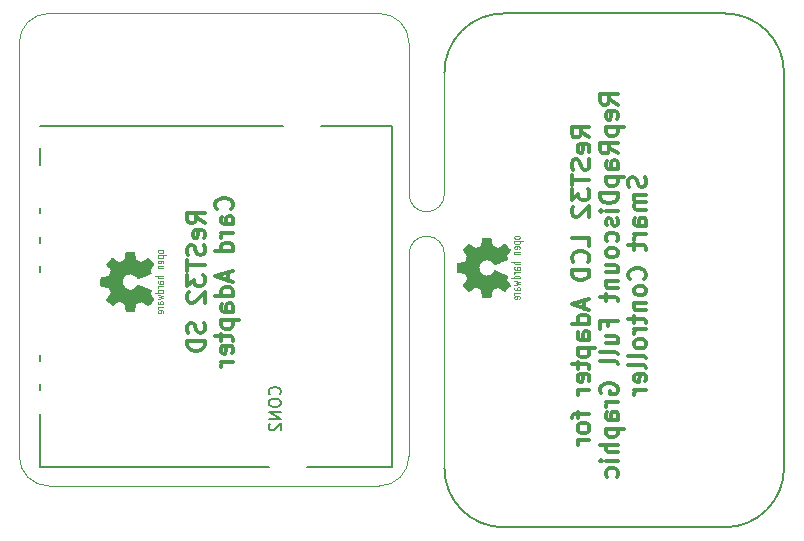
<source format=gbo>
%TF.GenerationSoftware,KiCad,Pcbnew,4.0.2-stable*%
%TF.CreationDate,2016-07-27T18:07:16+02:00*%
%TF.ProjectId,combined,636F6D62696E65642E6B696361645F70,rev?*%
%TF.FileFunction,Legend,Bot*%
%FSLAX46Y46*%
G04 Gerber Fmt 4.6, Leading zero omitted, Abs format (unit mm)*
G04 Created by KiCad (PCBNEW 4.0.2-stable) date 27.07.2016 18:07:16*
%MOMM*%
G01*
G04 APERTURE LIST*
%ADD10C,0.100000*%
%ADD11C,0.010000*%
%ADD12C,0.300000*%
%ADD13C,0.150000*%
%ADD14C,0.075000*%
%ADD15C,0.002540*%
G04 APERTURE END LIST*
D10*
D11*
X112250000Y-119300000D02*
X112250000Y-109000000D01*
X109250000Y-106500000D02*
X109250000Y-119300000D01*
X112250000Y-124350000D02*
X112250000Y-142500000D01*
X109250000Y-141500000D02*
X109250000Y-124350000D01*
X110750000Y-122850000D02*
G75*
G03X109250000Y-124350000I0J-1500000D01*
G01*
X112250000Y-124350000D02*
G75*
G03X110750000Y-122850000I-1500000J0D01*
G01*
X110750000Y-120800000D02*
G75*
G03X112250000Y-119300000I0J1500000D01*
G01*
X109250000Y-119300000D02*
G75*
G03X110750000Y-120800000I1500000J0D01*
G01*
D12*
X124528571Y-114500002D02*
X123814286Y-114000002D01*
X124528571Y-113642859D02*
X123028571Y-113642859D01*
X123028571Y-114214287D01*
X123100000Y-114357145D01*
X123171429Y-114428573D01*
X123314286Y-114500002D01*
X123528571Y-114500002D01*
X123671429Y-114428573D01*
X123742857Y-114357145D01*
X123814286Y-114214287D01*
X123814286Y-113642859D01*
X124457143Y-115714287D02*
X124528571Y-115571430D01*
X124528571Y-115285716D01*
X124457143Y-115142859D01*
X124314286Y-115071430D01*
X123742857Y-115071430D01*
X123600000Y-115142859D01*
X123528571Y-115285716D01*
X123528571Y-115571430D01*
X123600000Y-115714287D01*
X123742857Y-115785716D01*
X123885714Y-115785716D01*
X124028571Y-115071430D01*
X124457143Y-116357144D02*
X124528571Y-116571430D01*
X124528571Y-116928573D01*
X124457143Y-117071430D01*
X124385714Y-117142859D01*
X124242857Y-117214287D01*
X124100000Y-117214287D01*
X123957143Y-117142859D01*
X123885714Y-117071430D01*
X123814286Y-116928573D01*
X123742857Y-116642859D01*
X123671429Y-116500001D01*
X123600000Y-116428573D01*
X123457143Y-116357144D01*
X123314286Y-116357144D01*
X123171429Y-116428573D01*
X123100000Y-116500001D01*
X123028571Y-116642859D01*
X123028571Y-117000001D01*
X123100000Y-117214287D01*
X123028571Y-117642858D02*
X123028571Y-118500001D01*
X124528571Y-118071430D02*
X123028571Y-118071430D01*
X123028571Y-118857144D02*
X123028571Y-119785715D01*
X123600000Y-119285715D01*
X123600000Y-119500001D01*
X123671429Y-119642858D01*
X123742857Y-119714287D01*
X123885714Y-119785715D01*
X124242857Y-119785715D01*
X124385714Y-119714287D01*
X124457143Y-119642858D01*
X124528571Y-119500001D01*
X124528571Y-119071429D01*
X124457143Y-118928572D01*
X124385714Y-118857144D01*
X123171429Y-120357143D02*
X123100000Y-120428572D01*
X123028571Y-120571429D01*
X123028571Y-120928572D01*
X123100000Y-121071429D01*
X123171429Y-121142858D01*
X123314286Y-121214286D01*
X123457143Y-121214286D01*
X123671429Y-121142858D01*
X124528571Y-120285715D01*
X124528571Y-121214286D01*
X124528571Y-123714286D02*
X124528571Y-123000000D01*
X123028571Y-123000000D01*
X124385714Y-125071429D02*
X124457143Y-125000000D01*
X124528571Y-124785714D01*
X124528571Y-124642857D01*
X124457143Y-124428572D01*
X124314286Y-124285714D01*
X124171429Y-124214286D01*
X123885714Y-124142857D01*
X123671429Y-124142857D01*
X123385714Y-124214286D01*
X123242857Y-124285714D01*
X123100000Y-124428572D01*
X123028571Y-124642857D01*
X123028571Y-124785714D01*
X123100000Y-125000000D01*
X123171429Y-125071429D01*
X124528571Y-125714286D02*
X123028571Y-125714286D01*
X123028571Y-126071429D01*
X123100000Y-126285714D01*
X123242857Y-126428572D01*
X123385714Y-126500000D01*
X123671429Y-126571429D01*
X123885714Y-126571429D01*
X124171429Y-126500000D01*
X124314286Y-126428572D01*
X124457143Y-126285714D01*
X124528571Y-126071429D01*
X124528571Y-125714286D01*
X124100000Y-128285714D02*
X124100000Y-129000000D01*
X124528571Y-128142857D02*
X123028571Y-128642857D01*
X124528571Y-129142857D01*
X124528571Y-130285714D02*
X123028571Y-130285714D01*
X124457143Y-130285714D02*
X124528571Y-130142857D01*
X124528571Y-129857143D01*
X124457143Y-129714285D01*
X124385714Y-129642857D01*
X124242857Y-129571428D01*
X123814286Y-129571428D01*
X123671429Y-129642857D01*
X123600000Y-129714285D01*
X123528571Y-129857143D01*
X123528571Y-130142857D01*
X123600000Y-130285714D01*
X124528571Y-131642857D02*
X123742857Y-131642857D01*
X123600000Y-131571428D01*
X123528571Y-131428571D01*
X123528571Y-131142857D01*
X123600000Y-131000000D01*
X124457143Y-131642857D02*
X124528571Y-131500000D01*
X124528571Y-131142857D01*
X124457143Y-131000000D01*
X124314286Y-130928571D01*
X124171429Y-130928571D01*
X124028571Y-131000000D01*
X123957143Y-131142857D01*
X123957143Y-131500000D01*
X123885714Y-131642857D01*
X123528571Y-132357143D02*
X125028571Y-132357143D01*
X123600000Y-132357143D02*
X123528571Y-132500000D01*
X123528571Y-132785714D01*
X123600000Y-132928571D01*
X123671429Y-133000000D01*
X123814286Y-133071429D01*
X124242857Y-133071429D01*
X124385714Y-133000000D01*
X124457143Y-132928571D01*
X124528571Y-132785714D01*
X124528571Y-132500000D01*
X124457143Y-132357143D01*
X123528571Y-133500000D02*
X123528571Y-134071429D01*
X123028571Y-133714286D02*
X124314286Y-133714286D01*
X124457143Y-133785714D01*
X124528571Y-133928572D01*
X124528571Y-134071429D01*
X124457143Y-135142857D02*
X124528571Y-135000000D01*
X124528571Y-134714286D01*
X124457143Y-134571429D01*
X124314286Y-134500000D01*
X123742857Y-134500000D01*
X123600000Y-134571429D01*
X123528571Y-134714286D01*
X123528571Y-135000000D01*
X123600000Y-135142857D01*
X123742857Y-135214286D01*
X123885714Y-135214286D01*
X124028571Y-134500000D01*
X124528571Y-135857143D02*
X123528571Y-135857143D01*
X123814286Y-135857143D02*
X123671429Y-135928571D01*
X123600000Y-136000000D01*
X123528571Y-136142857D01*
X123528571Y-136285714D01*
X123528571Y-137714285D02*
X123528571Y-138285714D01*
X124528571Y-137928571D02*
X123242857Y-137928571D01*
X123100000Y-137999999D01*
X123028571Y-138142857D01*
X123028571Y-138285714D01*
X124528571Y-139000000D02*
X124457143Y-138857142D01*
X124385714Y-138785714D01*
X124242857Y-138714285D01*
X123814286Y-138714285D01*
X123671429Y-138785714D01*
X123600000Y-138857142D01*
X123528571Y-139000000D01*
X123528571Y-139214285D01*
X123600000Y-139357142D01*
X123671429Y-139428571D01*
X123814286Y-139500000D01*
X124242857Y-139500000D01*
X124385714Y-139428571D01*
X124457143Y-139357142D01*
X124528571Y-139214285D01*
X124528571Y-139000000D01*
X124528571Y-140142857D02*
X123528571Y-140142857D01*
X123814286Y-140142857D02*
X123671429Y-140214285D01*
X123600000Y-140285714D01*
X123528571Y-140428571D01*
X123528571Y-140571428D01*
X126928571Y-111714286D02*
X126214286Y-111214286D01*
X126928571Y-110857143D02*
X125428571Y-110857143D01*
X125428571Y-111428571D01*
X125500000Y-111571429D01*
X125571429Y-111642857D01*
X125714286Y-111714286D01*
X125928571Y-111714286D01*
X126071429Y-111642857D01*
X126142857Y-111571429D01*
X126214286Y-111428571D01*
X126214286Y-110857143D01*
X126857143Y-112928571D02*
X126928571Y-112785714D01*
X126928571Y-112500000D01*
X126857143Y-112357143D01*
X126714286Y-112285714D01*
X126142857Y-112285714D01*
X126000000Y-112357143D01*
X125928571Y-112500000D01*
X125928571Y-112785714D01*
X126000000Y-112928571D01*
X126142857Y-113000000D01*
X126285714Y-113000000D01*
X126428571Y-112285714D01*
X125928571Y-113642857D02*
X127428571Y-113642857D01*
X126000000Y-113642857D02*
X125928571Y-113785714D01*
X125928571Y-114071428D01*
X126000000Y-114214285D01*
X126071429Y-114285714D01*
X126214286Y-114357143D01*
X126642857Y-114357143D01*
X126785714Y-114285714D01*
X126857143Y-114214285D01*
X126928571Y-114071428D01*
X126928571Y-113785714D01*
X126857143Y-113642857D01*
X126928571Y-115857143D02*
X126214286Y-115357143D01*
X126928571Y-115000000D02*
X125428571Y-115000000D01*
X125428571Y-115571428D01*
X125500000Y-115714286D01*
X125571429Y-115785714D01*
X125714286Y-115857143D01*
X125928571Y-115857143D01*
X126071429Y-115785714D01*
X126142857Y-115714286D01*
X126214286Y-115571428D01*
X126214286Y-115000000D01*
X126928571Y-117142857D02*
X126142857Y-117142857D01*
X126000000Y-117071428D01*
X125928571Y-116928571D01*
X125928571Y-116642857D01*
X126000000Y-116500000D01*
X126857143Y-117142857D02*
X126928571Y-117000000D01*
X126928571Y-116642857D01*
X126857143Y-116500000D01*
X126714286Y-116428571D01*
X126571429Y-116428571D01*
X126428571Y-116500000D01*
X126357143Y-116642857D01*
X126357143Y-117000000D01*
X126285714Y-117142857D01*
X125928571Y-117857143D02*
X127428571Y-117857143D01*
X126000000Y-117857143D02*
X125928571Y-118000000D01*
X125928571Y-118285714D01*
X126000000Y-118428571D01*
X126071429Y-118500000D01*
X126214286Y-118571429D01*
X126642857Y-118571429D01*
X126785714Y-118500000D01*
X126857143Y-118428571D01*
X126928571Y-118285714D01*
X126928571Y-118000000D01*
X126857143Y-117857143D01*
X126928571Y-119214286D02*
X125428571Y-119214286D01*
X125428571Y-119571429D01*
X125500000Y-119785714D01*
X125642857Y-119928572D01*
X125785714Y-120000000D01*
X126071429Y-120071429D01*
X126285714Y-120071429D01*
X126571429Y-120000000D01*
X126714286Y-119928572D01*
X126857143Y-119785714D01*
X126928571Y-119571429D01*
X126928571Y-119214286D01*
X126928571Y-120714286D02*
X125928571Y-120714286D01*
X125428571Y-120714286D02*
X125500000Y-120642857D01*
X125571429Y-120714286D01*
X125500000Y-120785714D01*
X125428571Y-120714286D01*
X125571429Y-120714286D01*
X126857143Y-121357143D02*
X126928571Y-121500000D01*
X126928571Y-121785715D01*
X126857143Y-121928572D01*
X126714286Y-122000000D01*
X126642857Y-122000000D01*
X126500000Y-121928572D01*
X126428571Y-121785715D01*
X126428571Y-121571429D01*
X126357143Y-121428572D01*
X126214286Y-121357143D01*
X126142857Y-121357143D01*
X126000000Y-121428572D01*
X125928571Y-121571429D01*
X125928571Y-121785715D01*
X126000000Y-121928572D01*
X126857143Y-123285715D02*
X126928571Y-123142858D01*
X126928571Y-122857144D01*
X126857143Y-122714286D01*
X126785714Y-122642858D01*
X126642857Y-122571429D01*
X126214286Y-122571429D01*
X126071429Y-122642858D01*
X126000000Y-122714286D01*
X125928571Y-122857144D01*
X125928571Y-123142858D01*
X126000000Y-123285715D01*
X126928571Y-124142858D02*
X126857143Y-124000000D01*
X126785714Y-123928572D01*
X126642857Y-123857143D01*
X126214286Y-123857143D01*
X126071429Y-123928572D01*
X126000000Y-124000000D01*
X125928571Y-124142858D01*
X125928571Y-124357143D01*
X126000000Y-124500000D01*
X126071429Y-124571429D01*
X126214286Y-124642858D01*
X126642857Y-124642858D01*
X126785714Y-124571429D01*
X126857143Y-124500000D01*
X126928571Y-124357143D01*
X126928571Y-124142858D01*
X125928571Y-125928572D02*
X126928571Y-125928572D01*
X125928571Y-125285715D02*
X126714286Y-125285715D01*
X126857143Y-125357143D01*
X126928571Y-125500001D01*
X126928571Y-125714286D01*
X126857143Y-125857143D01*
X126785714Y-125928572D01*
X125928571Y-126642858D02*
X126928571Y-126642858D01*
X126071429Y-126642858D02*
X126000000Y-126714286D01*
X125928571Y-126857144D01*
X125928571Y-127071429D01*
X126000000Y-127214286D01*
X126142857Y-127285715D01*
X126928571Y-127285715D01*
X125928571Y-127785715D02*
X125928571Y-128357144D01*
X125428571Y-128000001D02*
X126714286Y-128000001D01*
X126857143Y-128071429D01*
X126928571Y-128214287D01*
X126928571Y-128357144D01*
X126142857Y-130500001D02*
X126142857Y-130000001D01*
X126928571Y-130000001D02*
X125428571Y-130000001D01*
X125428571Y-130714287D01*
X125928571Y-131928572D02*
X126928571Y-131928572D01*
X125928571Y-131285715D02*
X126714286Y-131285715D01*
X126857143Y-131357143D01*
X126928571Y-131500001D01*
X126928571Y-131714286D01*
X126857143Y-131857143D01*
X126785714Y-131928572D01*
X126928571Y-132857144D02*
X126857143Y-132714286D01*
X126714286Y-132642858D01*
X125428571Y-132642858D01*
X126928571Y-133642858D02*
X126857143Y-133500000D01*
X126714286Y-133428572D01*
X125428571Y-133428572D01*
X125500000Y-136142857D02*
X125428571Y-136000000D01*
X125428571Y-135785714D01*
X125500000Y-135571429D01*
X125642857Y-135428571D01*
X125785714Y-135357143D01*
X126071429Y-135285714D01*
X126285714Y-135285714D01*
X126571429Y-135357143D01*
X126714286Y-135428571D01*
X126857143Y-135571429D01*
X126928571Y-135785714D01*
X126928571Y-135928571D01*
X126857143Y-136142857D01*
X126785714Y-136214286D01*
X126285714Y-136214286D01*
X126285714Y-135928571D01*
X126928571Y-136857143D02*
X125928571Y-136857143D01*
X126214286Y-136857143D02*
X126071429Y-136928571D01*
X126000000Y-137000000D01*
X125928571Y-137142857D01*
X125928571Y-137285714D01*
X126928571Y-138428571D02*
X126142857Y-138428571D01*
X126000000Y-138357142D01*
X125928571Y-138214285D01*
X125928571Y-137928571D01*
X126000000Y-137785714D01*
X126857143Y-138428571D02*
X126928571Y-138285714D01*
X126928571Y-137928571D01*
X126857143Y-137785714D01*
X126714286Y-137714285D01*
X126571429Y-137714285D01*
X126428571Y-137785714D01*
X126357143Y-137928571D01*
X126357143Y-138285714D01*
X126285714Y-138428571D01*
X125928571Y-139142857D02*
X127428571Y-139142857D01*
X126000000Y-139142857D02*
X125928571Y-139285714D01*
X125928571Y-139571428D01*
X126000000Y-139714285D01*
X126071429Y-139785714D01*
X126214286Y-139857143D01*
X126642857Y-139857143D01*
X126785714Y-139785714D01*
X126857143Y-139714285D01*
X126928571Y-139571428D01*
X126928571Y-139285714D01*
X126857143Y-139142857D01*
X126928571Y-140500000D02*
X125428571Y-140500000D01*
X126928571Y-141142857D02*
X126142857Y-141142857D01*
X126000000Y-141071428D01*
X125928571Y-140928571D01*
X125928571Y-140714286D01*
X126000000Y-140571428D01*
X126071429Y-140500000D01*
X126928571Y-141857143D02*
X125928571Y-141857143D01*
X125428571Y-141857143D02*
X125500000Y-141785714D01*
X125571429Y-141857143D01*
X125500000Y-141928571D01*
X125428571Y-141857143D01*
X125571429Y-141857143D01*
X126857143Y-143214286D02*
X126928571Y-143071429D01*
X126928571Y-142785715D01*
X126857143Y-142642857D01*
X126785714Y-142571429D01*
X126642857Y-142500000D01*
X126214286Y-142500000D01*
X126071429Y-142571429D01*
X126000000Y-142642857D01*
X125928571Y-142785715D01*
X125928571Y-143071429D01*
X126000000Y-143214286D01*
X129257143Y-117857144D02*
X129328571Y-118071430D01*
X129328571Y-118428573D01*
X129257143Y-118571430D01*
X129185714Y-118642859D01*
X129042857Y-118714287D01*
X128900000Y-118714287D01*
X128757143Y-118642859D01*
X128685714Y-118571430D01*
X128614286Y-118428573D01*
X128542857Y-118142859D01*
X128471429Y-118000001D01*
X128400000Y-117928573D01*
X128257143Y-117857144D01*
X128114286Y-117857144D01*
X127971429Y-117928573D01*
X127900000Y-118000001D01*
X127828571Y-118142859D01*
X127828571Y-118500001D01*
X127900000Y-118714287D01*
X129328571Y-119357144D02*
X128328571Y-119357144D01*
X128471429Y-119357144D02*
X128400000Y-119428572D01*
X128328571Y-119571430D01*
X128328571Y-119785715D01*
X128400000Y-119928572D01*
X128542857Y-120000001D01*
X129328571Y-120000001D01*
X128542857Y-120000001D02*
X128400000Y-120071430D01*
X128328571Y-120214287D01*
X128328571Y-120428572D01*
X128400000Y-120571430D01*
X128542857Y-120642858D01*
X129328571Y-120642858D01*
X129328571Y-122000001D02*
X128542857Y-122000001D01*
X128400000Y-121928572D01*
X128328571Y-121785715D01*
X128328571Y-121500001D01*
X128400000Y-121357144D01*
X129257143Y-122000001D02*
X129328571Y-121857144D01*
X129328571Y-121500001D01*
X129257143Y-121357144D01*
X129114286Y-121285715D01*
X128971429Y-121285715D01*
X128828571Y-121357144D01*
X128757143Y-121500001D01*
X128757143Y-121857144D01*
X128685714Y-122000001D01*
X129328571Y-122714287D02*
X128328571Y-122714287D01*
X128614286Y-122714287D02*
X128471429Y-122785715D01*
X128400000Y-122857144D01*
X128328571Y-123000001D01*
X128328571Y-123142858D01*
X128328571Y-123428572D02*
X128328571Y-124000001D01*
X127828571Y-123642858D02*
X129114286Y-123642858D01*
X129257143Y-123714286D01*
X129328571Y-123857144D01*
X129328571Y-124000001D01*
X129185714Y-126500001D02*
X129257143Y-126428572D01*
X129328571Y-126214286D01*
X129328571Y-126071429D01*
X129257143Y-125857144D01*
X129114286Y-125714286D01*
X128971429Y-125642858D01*
X128685714Y-125571429D01*
X128471429Y-125571429D01*
X128185714Y-125642858D01*
X128042857Y-125714286D01*
X127900000Y-125857144D01*
X127828571Y-126071429D01*
X127828571Y-126214286D01*
X127900000Y-126428572D01*
X127971429Y-126500001D01*
X129328571Y-127357144D02*
X129257143Y-127214286D01*
X129185714Y-127142858D01*
X129042857Y-127071429D01*
X128614286Y-127071429D01*
X128471429Y-127142858D01*
X128400000Y-127214286D01*
X128328571Y-127357144D01*
X128328571Y-127571429D01*
X128400000Y-127714286D01*
X128471429Y-127785715D01*
X128614286Y-127857144D01*
X129042857Y-127857144D01*
X129185714Y-127785715D01*
X129257143Y-127714286D01*
X129328571Y-127571429D01*
X129328571Y-127357144D01*
X128328571Y-128500001D02*
X129328571Y-128500001D01*
X128471429Y-128500001D02*
X128400000Y-128571429D01*
X128328571Y-128714287D01*
X128328571Y-128928572D01*
X128400000Y-129071429D01*
X128542857Y-129142858D01*
X129328571Y-129142858D01*
X128328571Y-129642858D02*
X128328571Y-130214287D01*
X127828571Y-129857144D02*
X129114286Y-129857144D01*
X129257143Y-129928572D01*
X129328571Y-130071430D01*
X129328571Y-130214287D01*
X129328571Y-130714287D02*
X128328571Y-130714287D01*
X128614286Y-130714287D02*
X128471429Y-130785715D01*
X128400000Y-130857144D01*
X128328571Y-131000001D01*
X128328571Y-131142858D01*
X129328571Y-131857144D02*
X129257143Y-131714286D01*
X129185714Y-131642858D01*
X129042857Y-131571429D01*
X128614286Y-131571429D01*
X128471429Y-131642858D01*
X128400000Y-131714286D01*
X128328571Y-131857144D01*
X128328571Y-132071429D01*
X128400000Y-132214286D01*
X128471429Y-132285715D01*
X128614286Y-132357144D01*
X129042857Y-132357144D01*
X129185714Y-132285715D01*
X129257143Y-132214286D01*
X129328571Y-132071429D01*
X129328571Y-131857144D01*
X129328571Y-133214287D02*
X129257143Y-133071429D01*
X129114286Y-133000001D01*
X127828571Y-133000001D01*
X129328571Y-134000001D02*
X129257143Y-133857143D01*
X129114286Y-133785715D01*
X127828571Y-133785715D01*
X129257143Y-135142857D02*
X129328571Y-135000000D01*
X129328571Y-134714286D01*
X129257143Y-134571429D01*
X129114286Y-134500000D01*
X128542857Y-134500000D01*
X128400000Y-134571429D01*
X128328571Y-134714286D01*
X128328571Y-135000000D01*
X128400000Y-135142857D01*
X128542857Y-135214286D01*
X128685714Y-135214286D01*
X128828571Y-134500000D01*
X129328571Y-135857143D02*
X128328571Y-135857143D01*
X128614286Y-135857143D02*
X128471429Y-135928571D01*
X128400000Y-136000000D01*
X128328571Y-136142857D01*
X128328571Y-136285714D01*
D13*
X141000000Y-142500000D02*
X141000000Y-109000000D01*
X117250000Y-147500000D02*
X136000000Y-147500000D01*
X136000000Y-104000000D02*
X117250000Y-104000000D01*
X112250000Y-142500000D02*
G75*
G03X117250000Y-147500000I5000000J0D01*
G01*
X136000000Y-147500000D02*
G75*
G03X141000000Y-142500000I0J5000000D01*
G01*
X141000000Y-109000000D02*
G75*
G03X136000000Y-104000000I-5000000J0D01*
G01*
X117250000Y-104000000D02*
G75*
G03X112250000Y-109000000I0J-5000000D01*
G01*
D12*
X91958571Y-121765430D02*
X91244286Y-121265430D01*
X91958571Y-120908287D02*
X90458571Y-120908287D01*
X90458571Y-121479715D01*
X90530000Y-121622573D01*
X90601429Y-121694001D01*
X90744286Y-121765430D01*
X90958571Y-121765430D01*
X91101429Y-121694001D01*
X91172857Y-121622573D01*
X91244286Y-121479715D01*
X91244286Y-120908287D01*
X91887143Y-122979715D02*
X91958571Y-122836858D01*
X91958571Y-122551144D01*
X91887143Y-122408287D01*
X91744286Y-122336858D01*
X91172857Y-122336858D01*
X91030000Y-122408287D01*
X90958571Y-122551144D01*
X90958571Y-122836858D01*
X91030000Y-122979715D01*
X91172857Y-123051144D01*
X91315714Y-123051144D01*
X91458571Y-122336858D01*
X91887143Y-123622572D02*
X91958571Y-123836858D01*
X91958571Y-124194001D01*
X91887143Y-124336858D01*
X91815714Y-124408287D01*
X91672857Y-124479715D01*
X91530000Y-124479715D01*
X91387143Y-124408287D01*
X91315714Y-124336858D01*
X91244286Y-124194001D01*
X91172857Y-123908287D01*
X91101429Y-123765429D01*
X91030000Y-123694001D01*
X90887143Y-123622572D01*
X90744286Y-123622572D01*
X90601429Y-123694001D01*
X90530000Y-123765429D01*
X90458571Y-123908287D01*
X90458571Y-124265429D01*
X90530000Y-124479715D01*
X90458571Y-124908286D02*
X90458571Y-125765429D01*
X91958571Y-125336858D02*
X90458571Y-125336858D01*
X90458571Y-126122572D02*
X90458571Y-127051143D01*
X91030000Y-126551143D01*
X91030000Y-126765429D01*
X91101429Y-126908286D01*
X91172857Y-126979715D01*
X91315714Y-127051143D01*
X91672857Y-127051143D01*
X91815714Y-126979715D01*
X91887143Y-126908286D01*
X91958571Y-126765429D01*
X91958571Y-126336857D01*
X91887143Y-126194000D01*
X91815714Y-126122572D01*
X90601429Y-127622571D02*
X90530000Y-127694000D01*
X90458571Y-127836857D01*
X90458571Y-128194000D01*
X90530000Y-128336857D01*
X90601429Y-128408286D01*
X90744286Y-128479714D01*
X90887143Y-128479714D01*
X91101429Y-128408286D01*
X91958571Y-127551143D01*
X91958571Y-128479714D01*
X91887143Y-130193999D02*
X91958571Y-130408285D01*
X91958571Y-130765428D01*
X91887143Y-130908285D01*
X91815714Y-130979714D01*
X91672857Y-131051142D01*
X91530000Y-131051142D01*
X91387143Y-130979714D01*
X91315714Y-130908285D01*
X91244286Y-130765428D01*
X91172857Y-130479714D01*
X91101429Y-130336856D01*
X91030000Y-130265428D01*
X90887143Y-130193999D01*
X90744286Y-130193999D01*
X90601429Y-130265428D01*
X90530000Y-130336856D01*
X90458571Y-130479714D01*
X90458571Y-130836856D01*
X90530000Y-131051142D01*
X91958571Y-131693999D02*
X90458571Y-131693999D01*
X90458571Y-132051142D01*
X90530000Y-132265427D01*
X90672857Y-132408285D01*
X90815714Y-132479713D01*
X91101429Y-132551142D01*
X91315714Y-132551142D01*
X91601429Y-132479713D01*
X91744286Y-132408285D01*
X91887143Y-132265427D01*
X91958571Y-132051142D01*
X91958571Y-131693999D01*
X94215714Y-120551144D02*
X94287143Y-120479715D01*
X94358571Y-120265429D01*
X94358571Y-120122572D01*
X94287143Y-119908287D01*
X94144286Y-119765429D01*
X94001429Y-119694001D01*
X93715714Y-119622572D01*
X93501429Y-119622572D01*
X93215714Y-119694001D01*
X93072857Y-119765429D01*
X92930000Y-119908287D01*
X92858571Y-120122572D01*
X92858571Y-120265429D01*
X92930000Y-120479715D01*
X93001429Y-120551144D01*
X94358571Y-121836858D02*
X93572857Y-121836858D01*
X93430000Y-121765429D01*
X93358571Y-121622572D01*
X93358571Y-121336858D01*
X93430000Y-121194001D01*
X94287143Y-121836858D02*
X94358571Y-121694001D01*
X94358571Y-121336858D01*
X94287143Y-121194001D01*
X94144286Y-121122572D01*
X94001429Y-121122572D01*
X93858571Y-121194001D01*
X93787143Y-121336858D01*
X93787143Y-121694001D01*
X93715714Y-121836858D01*
X94358571Y-122551144D02*
X93358571Y-122551144D01*
X93644286Y-122551144D02*
X93501429Y-122622572D01*
X93430000Y-122694001D01*
X93358571Y-122836858D01*
X93358571Y-122979715D01*
X94358571Y-124122572D02*
X92858571Y-124122572D01*
X94287143Y-124122572D02*
X94358571Y-123979715D01*
X94358571Y-123694001D01*
X94287143Y-123551143D01*
X94215714Y-123479715D01*
X94072857Y-123408286D01*
X93644286Y-123408286D01*
X93501429Y-123479715D01*
X93430000Y-123551143D01*
X93358571Y-123694001D01*
X93358571Y-123979715D01*
X93430000Y-124122572D01*
X93930000Y-125908286D02*
X93930000Y-126622572D01*
X94358571Y-125765429D02*
X92858571Y-126265429D01*
X94358571Y-126765429D01*
X94358571Y-127908286D02*
X92858571Y-127908286D01*
X94287143Y-127908286D02*
X94358571Y-127765429D01*
X94358571Y-127479715D01*
X94287143Y-127336857D01*
X94215714Y-127265429D01*
X94072857Y-127194000D01*
X93644286Y-127194000D01*
X93501429Y-127265429D01*
X93430000Y-127336857D01*
X93358571Y-127479715D01*
X93358571Y-127765429D01*
X93430000Y-127908286D01*
X94358571Y-129265429D02*
X93572857Y-129265429D01*
X93430000Y-129194000D01*
X93358571Y-129051143D01*
X93358571Y-128765429D01*
X93430000Y-128622572D01*
X94287143Y-129265429D02*
X94358571Y-129122572D01*
X94358571Y-128765429D01*
X94287143Y-128622572D01*
X94144286Y-128551143D01*
X94001429Y-128551143D01*
X93858571Y-128622572D01*
X93787143Y-128765429D01*
X93787143Y-129122572D01*
X93715714Y-129265429D01*
X93358571Y-129979715D02*
X94858571Y-129979715D01*
X93430000Y-129979715D02*
X93358571Y-130122572D01*
X93358571Y-130408286D01*
X93430000Y-130551143D01*
X93501429Y-130622572D01*
X93644286Y-130694001D01*
X94072857Y-130694001D01*
X94215714Y-130622572D01*
X94287143Y-130551143D01*
X94358571Y-130408286D01*
X94358571Y-130122572D01*
X94287143Y-129979715D01*
X93358571Y-131122572D02*
X93358571Y-131694001D01*
X92858571Y-131336858D02*
X94144286Y-131336858D01*
X94287143Y-131408286D01*
X94358571Y-131551144D01*
X94358571Y-131694001D01*
X94287143Y-132765429D02*
X94358571Y-132622572D01*
X94358571Y-132336858D01*
X94287143Y-132194001D01*
X94144286Y-132122572D01*
X93572857Y-132122572D01*
X93430000Y-132194001D01*
X93358571Y-132336858D01*
X93358571Y-132622572D01*
X93430000Y-132765429D01*
X93572857Y-132836858D01*
X93715714Y-132836858D01*
X93858571Y-132122572D01*
X94358571Y-133479715D02*
X93358571Y-133479715D01*
X93644286Y-133479715D02*
X93501429Y-133551143D01*
X93430000Y-133622572D01*
X93358571Y-133765429D01*
X93358571Y-133908286D01*
D11*
X78750000Y-104000000D02*
X106750000Y-104000000D01*
X76250000Y-141500000D02*
X76250000Y-106500000D01*
X106750000Y-144000000D02*
X78750000Y-144000000D01*
X76250000Y-141500000D02*
G75*
G03X78750000Y-144000000I2500000J0D01*
G01*
X106750000Y-144000000D02*
G75*
G03X109250000Y-141500000I0J2500000D01*
G01*
X109250000Y-106500000D02*
G75*
G03X106750000Y-104000000I-2500000J0D01*
G01*
X78750000Y-104000000D02*
G75*
G03X76250000Y-106500000I0J-2500000D01*
G01*
D14*
X118170000Y-127660000D02*
X118630000Y-127660000D01*
X118170000Y-127750000D02*
X118170000Y-127800000D01*
X118200000Y-127700000D02*
X118170000Y-127750000D01*
X118220000Y-127680000D02*
X118200000Y-127700000D01*
X118290000Y-127660000D02*
X118220000Y-127680000D01*
X118630000Y-128100000D02*
X118600000Y-128150000D01*
X118630000Y-128000000D02*
X118630000Y-128100000D01*
X118600000Y-127960000D02*
X118630000Y-128000000D01*
X118530000Y-127940000D02*
X118600000Y-127960000D01*
X118260000Y-127940000D02*
X118530000Y-127940000D01*
X118200000Y-127970000D02*
X118260000Y-127940000D01*
X118170000Y-128010000D02*
X118200000Y-127970000D01*
X118170000Y-128110000D02*
X118170000Y-128010000D01*
X118210000Y-128150000D02*
X118170000Y-128110000D01*
X118280000Y-128170000D02*
X118210000Y-128150000D01*
X118400000Y-128170000D02*
X118280000Y-128170000D01*
X118400000Y-128170000D02*
X118400000Y-127940000D01*
X118260000Y-127420000D02*
X118630000Y-127420000D01*
X118200000Y-127390000D02*
X118260000Y-127420000D01*
X118170000Y-127350000D02*
X118200000Y-127390000D01*
X118170000Y-127250000D02*
X118170000Y-127350000D01*
X118200000Y-127200000D02*
X118170000Y-127250000D01*
X118360000Y-127260000D02*
X118390000Y-127210000D01*
X118360000Y-127380000D02*
X118360000Y-127260000D01*
X118330000Y-127420000D02*
X118360000Y-127380000D01*
X118630000Y-127370000D02*
X118590000Y-127420000D01*
X118630000Y-127250000D02*
X118630000Y-127370000D01*
X118590000Y-127200000D02*
X118630000Y-127250000D01*
X118530000Y-127180000D02*
X118590000Y-127200000D01*
X118460000Y-127180000D02*
X118530000Y-127180000D01*
X118390000Y-127210000D02*
X118460000Y-127180000D01*
X118170000Y-126630000D02*
X118630000Y-126730000D01*
X118630000Y-126730000D02*
X118290000Y-126820000D01*
X118290000Y-126820000D02*
X118630000Y-126920000D01*
X118630000Y-126920000D02*
X118170000Y-127020000D01*
X118600000Y-126440000D02*
X118630000Y-126400000D01*
X118630000Y-126400000D02*
X118630000Y-126290000D01*
X118630000Y-126290000D02*
X118600000Y-126250000D01*
X118600000Y-126250000D02*
X118570000Y-126230000D01*
X118570000Y-126230000D02*
X118500000Y-126200000D01*
X118500000Y-126200000D02*
X118300000Y-126200000D01*
X118300000Y-126200000D02*
X118230000Y-126230000D01*
X118230000Y-126230000D02*
X118200000Y-126250000D01*
X118200000Y-126250000D02*
X118160000Y-126310000D01*
X118160000Y-126310000D02*
X118160000Y-126380000D01*
X118160000Y-126380000D02*
X118200000Y-126440000D01*
X117930000Y-126440000D02*
X118630000Y-126440000D01*
X118290000Y-125920000D02*
X118220000Y-125940000D01*
X118220000Y-125940000D02*
X118200000Y-125960000D01*
X118200000Y-125960000D02*
X118170000Y-126010000D01*
X118170000Y-126010000D02*
X118170000Y-126060000D01*
X118170000Y-125920000D02*
X118630000Y-125920000D01*
X118390000Y-125470000D02*
X118460000Y-125440000D01*
X118460000Y-125440000D02*
X118530000Y-125440000D01*
X118530000Y-125440000D02*
X118590000Y-125460000D01*
X118590000Y-125460000D02*
X118630000Y-125510000D01*
X118630000Y-125510000D02*
X118630000Y-125630000D01*
X118630000Y-125630000D02*
X118590000Y-125680000D01*
X118330000Y-125680000D02*
X118360000Y-125640000D01*
X118360000Y-125640000D02*
X118360000Y-125520000D01*
X118360000Y-125520000D02*
X118390000Y-125470000D01*
X118200000Y-125460000D02*
X118170000Y-125510000D01*
X118170000Y-125510000D02*
X118170000Y-125610000D01*
X118170000Y-125610000D02*
X118200000Y-125650000D01*
X118200000Y-125650000D02*
X118260000Y-125680000D01*
X118260000Y-125680000D02*
X118630000Y-125680000D01*
X118240000Y-125010000D02*
X118200000Y-125030000D01*
X118200000Y-125030000D02*
X118170000Y-125080000D01*
X118170000Y-125080000D02*
X118170000Y-125160000D01*
X118170000Y-125160000D02*
X118200000Y-125200000D01*
X118200000Y-125200000D02*
X118260000Y-125220000D01*
X118260000Y-125220000D02*
X118630000Y-125220000D01*
X117930000Y-125010000D02*
X118630000Y-125010000D01*
X118400000Y-123960000D02*
X118400000Y-123730000D01*
X118230000Y-124180000D02*
X118200000Y-124200000D01*
X118200000Y-124200000D02*
X118170000Y-124240000D01*
X118170000Y-124240000D02*
X118170000Y-124330000D01*
X118170000Y-124330000D02*
X118200000Y-124370000D01*
X118200000Y-124370000D02*
X118260000Y-124390000D01*
X118260000Y-124390000D02*
X118630000Y-124390000D01*
X118170000Y-124180000D02*
X118630000Y-124180000D01*
X118400000Y-123960000D02*
X118280000Y-123960000D01*
X118280000Y-123960000D02*
X118210000Y-123940000D01*
X118210000Y-123940000D02*
X118170000Y-123900000D01*
X118170000Y-123900000D02*
X118170000Y-123800000D01*
X118170000Y-123800000D02*
X118200000Y-123760000D01*
X118200000Y-123760000D02*
X118260000Y-123730000D01*
X118260000Y-123730000D02*
X118530000Y-123730000D01*
X118530000Y-123730000D02*
X118600000Y-123750000D01*
X118600000Y-123750000D02*
X118630000Y-123790000D01*
X118630000Y-123790000D02*
X118630000Y-123890000D01*
X118630000Y-123890000D02*
X118600000Y-123940000D01*
X118200000Y-123300000D02*
X118170000Y-123340000D01*
X118170000Y-123340000D02*
X118170000Y-123440000D01*
X118170000Y-123440000D02*
X118200000Y-123480000D01*
X118200000Y-123480000D02*
X118230000Y-123510000D01*
X118230000Y-123510000D02*
X118290000Y-123530000D01*
X118290000Y-123530000D02*
X118510000Y-123530000D01*
X118510000Y-123530000D02*
X118570000Y-123510000D01*
X118570000Y-123510000D02*
X118600000Y-123490000D01*
X118600000Y-123490000D02*
X118630000Y-123450000D01*
X118630000Y-123450000D02*
X118630000Y-123350000D01*
X118630000Y-123350000D02*
X118600000Y-123300000D01*
X118870000Y-123300000D02*
X118170000Y-123300000D01*
X118170000Y-122990000D02*
X118170000Y-122910000D01*
X118170000Y-122910000D02*
X118200000Y-122870000D01*
X118200000Y-122870000D02*
X118230000Y-122850000D01*
X118230000Y-122850000D02*
X118300000Y-122820000D01*
X118630000Y-122910000D02*
X118630000Y-122990000D01*
X118630000Y-122990000D02*
X118600000Y-123040000D01*
X118600000Y-123040000D02*
X118570000Y-123060000D01*
X118570000Y-123060000D02*
X118500000Y-123080000D01*
X118500000Y-123080000D02*
X118300000Y-123080000D01*
X118300000Y-123080000D02*
X118240000Y-123060000D01*
X118240000Y-123060000D02*
X118210000Y-123040000D01*
X118210000Y-123040000D02*
X118170000Y-122990000D01*
X118300000Y-122820000D02*
X118500000Y-122820000D01*
X118500000Y-122820000D02*
X118560000Y-122840000D01*
X118560000Y-122840000D02*
X118590000Y-122860000D01*
X118590000Y-122860000D02*
X118630000Y-122910000D01*
D15*
G36*
X117795360Y-123986160D02*
X117780120Y-124011560D01*
X117744560Y-124069980D01*
X117688680Y-124153800D01*
X117622640Y-124252860D01*
X117556600Y-124351920D01*
X117503260Y-124433200D01*
X117465160Y-124489080D01*
X117452460Y-124514480D01*
X117457540Y-124527180D01*
X117480400Y-124572900D01*
X117515960Y-124641480D01*
X117536280Y-124682120D01*
X117561680Y-124743080D01*
X117569300Y-124776100D01*
X117559140Y-124781180D01*
X117510880Y-124804040D01*
X117429600Y-124839600D01*
X117320380Y-124885320D01*
X117193380Y-124941200D01*
X117058760Y-124997080D01*
X116919060Y-125055500D01*
X116784440Y-125111380D01*
X116665060Y-125159640D01*
X116568540Y-125200280D01*
X116499960Y-125225680D01*
X116472020Y-125235840D01*
X116464400Y-125233300D01*
X116433920Y-125200280D01*
X116393280Y-125146940D01*
X116296760Y-125027560D01*
X116151980Y-124910720D01*
X115986880Y-124839600D01*
X115801460Y-124816740D01*
X115631280Y-124837060D01*
X115468720Y-124903100D01*
X115321400Y-125017400D01*
X115212180Y-125157100D01*
X115143600Y-125319660D01*
X115120740Y-125500000D01*
X115141060Y-125672720D01*
X115207100Y-125840360D01*
X115318860Y-125987680D01*
X115389980Y-126051180D01*
X115539840Y-126137540D01*
X115697320Y-126185800D01*
X115737960Y-126190880D01*
X115913220Y-126183260D01*
X116083400Y-126132460D01*
X116233260Y-126038480D01*
X116357720Y-125908940D01*
X116367880Y-125893700D01*
X116413600Y-125835280D01*
X116444080Y-125794640D01*
X116469480Y-125764160D01*
X117007960Y-125987680D01*
X117091780Y-126023240D01*
X117239100Y-126084200D01*
X117366100Y-126137540D01*
X117467700Y-126180720D01*
X117533740Y-126211200D01*
X117561680Y-126223900D01*
X117564220Y-126223900D01*
X117566760Y-126244220D01*
X117551520Y-126284860D01*
X117515960Y-126361060D01*
X117490560Y-126409320D01*
X117462620Y-126467740D01*
X117452460Y-126493140D01*
X117465160Y-126516000D01*
X117500720Y-126569340D01*
X117554060Y-126650620D01*
X117617560Y-126747140D01*
X117681060Y-126838580D01*
X117736940Y-126922400D01*
X117775040Y-126983360D01*
X117792820Y-127013840D01*
X117792820Y-127018920D01*
X117777580Y-127044320D01*
X117736940Y-127092580D01*
X117668360Y-127166240D01*
X117564220Y-127270380D01*
X117548980Y-127285620D01*
X117462620Y-127371980D01*
X117388960Y-127440560D01*
X117338160Y-127486280D01*
X117315300Y-127504060D01*
X117315300Y-127504060D01*
X117284820Y-127488820D01*
X117223860Y-127450720D01*
X117137500Y-127394840D01*
X117038440Y-127326260D01*
X116779360Y-127148460D01*
X116535520Y-127244980D01*
X116459320Y-127275460D01*
X116370420Y-127313560D01*
X116304380Y-127341500D01*
X116276440Y-127356740D01*
X116266280Y-127382140D01*
X116251040Y-127450720D01*
X116230720Y-127547240D01*
X116210400Y-127661540D01*
X116190080Y-127773300D01*
X116169760Y-127872360D01*
X116157060Y-127943480D01*
X116149440Y-127976500D01*
X116144360Y-127984120D01*
X116129120Y-127991740D01*
X116096100Y-127994280D01*
X116035140Y-127996820D01*
X115941160Y-127999360D01*
X115801460Y-127999360D01*
X115786220Y-127999360D01*
X115656680Y-127996820D01*
X115550000Y-127994280D01*
X115483960Y-127991740D01*
X115456020Y-127986660D01*
X115456020Y-127986660D01*
X115448400Y-127956180D01*
X115433160Y-127885060D01*
X115415380Y-127786000D01*
X115392520Y-127666620D01*
X115389980Y-127659000D01*
X115367120Y-127542160D01*
X115346800Y-127443100D01*
X115331560Y-127371980D01*
X115321400Y-127344040D01*
X115313780Y-127336420D01*
X115268060Y-127313560D01*
X115194400Y-127280540D01*
X115105500Y-127239900D01*
X115011520Y-127201800D01*
X114927700Y-127168780D01*
X114866740Y-127145920D01*
X114838800Y-127138300D01*
X114836260Y-127140840D01*
X114808320Y-127158620D01*
X114747360Y-127199260D01*
X114663540Y-127255140D01*
X114561940Y-127323720D01*
X114554320Y-127328800D01*
X114455260Y-127397380D01*
X114368900Y-127453260D01*
X114310480Y-127488820D01*
X114282540Y-127504060D01*
X114280000Y-127504060D01*
X114249520Y-127481200D01*
X114193640Y-127430400D01*
X114117440Y-127356740D01*
X114028540Y-127270380D01*
X114003140Y-127242440D01*
X113906620Y-127143380D01*
X113845660Y-127077340D01*
X113812640Y-127034160D01*
X113805020Y-127013840D01*
X113805020Y-127013840D01*
X113822800Y-126983360D01*
X113863440Y-126919860D01*
X113921860Y-126836040D01*
X113990440Y-126734440D01*
X113995520Y-126726820D01*
X114064100Y-126627760D01*
X114119980Y-126543940D01*
X114160620Y-126485520D01*
X114175860Y-126457580D01*
X114175860Y-126455040D01*
X114163160Y-126414400D01*
X114137760Y-126343280D01*
X114104740Y-126254380D01*
X114066640Y-126162940D01*
X114031080Y-126079120D01*
X114003140Y-126015620D01*
X113985360Y-125985140D01*
X113985360Y-125985140D01*
X113949800Y-125974980D01*
X113873600Y-125957200D01*
X113772000Y-125936880D01*
X113650080Y-125911480D01*
X113629760Y-125908940D01*
X113510380Y-125886080D01*
X113411320Y-125868300D01*
X113342740Y-125853060D01*
X113314800Y-125845440D01*
X113312260Y-125830200D01*
X113307180Y-125771780D01*
X113304640Y-125682880D01*
X113304640Y-125573660D01*
X113304640Y-125461900D01*
X113307180Y-125352680D01*
X113309720Y-125258700D01*
X113314800Y-125190120D01*
X113319880Y-125162180D01*
X113322420Y-125162180D01*
X113360520Y-125152020D01*
X113434180Y-125134240D01*
X113538320Y-125113920D01*
X113660240Y-125091060D01*
X113683100Y-125085980D01*
X113799940Y-125063120D01*
X113899000Y-125042800D01*
X113965040Y-125030100D01*
X113992980Y-125022480D01*
X113998060Y-125009780D01*
X114018380Y-124961520D01*
X114051400Y-124882780D01*
X114092040Y-124783720D01*
X114183480Y-124555120D01*
X113992980Y-124273180D01*
X113975200Y-124247780D01*
X113906620Y-124146180D01*
X113850740Y-124064900D01*
X113812640Y-124006480D01*
X113799940Y-123983620D01*
X113799940Y-123981080D01*
X113825340Y-123953140D01*
X113878680Y-123897260D01*
X113952340Y-123821060D01*
X114038700Y-123732160D01*
X114104740Y-123668660D01*
X114183480Y-123589920D01*
X114236820Y-123541660D01*
X114269840Y-123513720D01*
X114290160Y-123506100D01*
X114305400Y-123508640D01*
X114333340Y-123526420D01*
X114394300Y-123567060D01*
X114480660Y-123625480D01*
X114579720Y-123694060D01*
X114663540Y-123749940D01*
X114757520Y-123810900D01*
X114823560Y-123849000D01*
X114856580Y-123864240D01*
X114869280Y-123859160D01*
X114925160Y-123841380D01*
X115008980Y-123805820D01*
X115108040Y-123765180D01*
X115329020Y-123666120D01*
X115356960Y-123521340D01*
X115374740Y-123432440D01*
X115397600Y-123310520D01*
X115420460Y-123191140D01*
X115456020Y-123008260D01*
X116131660Y-123000640D01*
X116144360Y-123028580D01*
X116151980Y-123056520D01*
X116167220Y-123125100D01*
X116187540Y-123221620D01*
X116207860Y-123338460D01*
X116225640Y-123434980D01*
X116245960Y-123534040D01*
X116258660Y-123605160D01*
X116266280Y-123635640D01*
X116276440Y-123645800D01*
X116324700Y-123668660D01*
X116400900Y-123704220D01*
X116492340Y-123744860D01*
X116586320Y-123782960D01*
X116675220Y-123818520D01*
X116741260Y-123841380D01*
X116774280Y-123851540D01*
X116802220Y-123838840D01*
X116860640Y-123800740D01*
X116941920Y-123747400D01*
X117040980Y-123678820D01*
X117137500Y-123612780D01*
X117221320Y-123554360D01*
X117282280Y-123516260D01*
X117310220Y-123498480D01*
X117328000Y-123508640D01*
X117376260Y-123546740D01*
X117452460Y-123620400D01*
X117561680Y-123732160D01*
X117579460Y-123749940D01*
X117663280Y-123836300D01*
X117731860Y-123909960D01*
X117777580Y-123963300D01*
X117795360Y-123986160D01*
X117795360Y-123986160D01*
G37*
X117795360Y-123986160D02*
X117780120Y-124011560D01*
X117744560Y-124069980D01*
X117688680Y-124153800D01*
X117622640Y-124252860D01*
X117556600Y-124351920D01*
X117503260Y-124433200D01*
X117465160Y-124489080D01*
X117452460Y-124514480D01*
X117457540Y-124527180D01*
X117480400Y-124572900D01*
X117515960Y-124641480D01*
X117536280Y-124682120D01*
X117561680Y-124743080D01*
X117569300Y-124776100D01*
X117559140Y-124781180D01*
X117510880Y-124804040D01*
X117429600Y-124839600D01*
X117320380Y-124885320D01*
X117193380Y-124941200D01*
X117058760Y-124997080D01*
X116919060Y-125055500D01*
X116784440Y-125111380D01*
X116665060Y-125159640D01*
X116568540Y-125200280D01*
X116499960Y-125225680D01*
X116472020Y-125235840D01*
X116464400Y-125233300D01*
X116433920Y-125200280D01*
X116393280Y-125146940D01*
X116296760Y-125027560D01*
X116151980Y-124910720D01*
X115986880Y-124839600D01*
X115801460Y-124816740D01*
X115631280Y-124837060D01*
X115468720Y-124903100D01*
X115321400Y-125017400D01*
X115212180Y-125157100D01*
X115143600Y-125319660D01*
X115120740Y-125500000D01*
X115141060Y-125672720D01*
X115207100Y-125840360D01*
X115318860Y-125987680D01*
X115389980Y-126051180D01*
X115539840Y-126137540D01*
X115697320Y-126185800D01*
X115737960Y-126190880D01*
X115913220Y-126183260D01*
X116083400Y-126132460D01*
X116233260Y-126038480D01*
X116357720Y-125908940D01*
X116367880Y-125893700D01*
X116413600Y-125835280D01*
X116444080Y-125794640D01*
X116469480Y-125764160D01*
X117007960Y-125987680D01*
X117091780Y-126023240D01*
X117239100Y-126084200D01*
X117366100Y-126137540D01*
X117467700Y-126180720D01*
X117533740Y-126211200D01*
X117561680Y-126223900D01*
X117564220Y-126223900D01*
X117566760Y-126244220D01*
X117551520Y-126284860D01*
X117515960Y-126361060D01*
X117490560Y-126409320D01*
X117462620Y-126467740D01*
X117452460Y-126493140D01*
X117465160Y-126516000D01*
X117500720Y-126569340D01*
X117554060Y-126650620D01*
X117617560Y-126747140D01*
X117681060Y-126838580D01*
X117736940Y-126922400D01*
X117775040Y-126983360D01*
X117792820Y-127013840D01*
X117792820Y-127018920D01*
X117777580Y-127044320D01*
X117736940Y-127092580D01*
X117668360Y-127166240D01*
X117564220Y-127270380D01*
X117548980Y-127285620D01*
X117462620Y-127371980D01*
X117388960Y-127440560D01*
X117338160Y-127486280D01*
X117315300Y-127504060D01*
X117315300Y-127504060D01*
X117284820Y-127488820D01*
X117223860Y-127450720D01*
X117137500Y-127394840D01*
X117038440Y-127326260D01*
X116779360Y-127148460D01*
X116535520Y-127244980D01*
X116459320Y-127275460D01*
X116370420Y-127313560D01*
X116304380Y-127341500D01*
X116276440Y-127356740D01*
X116266280Y-127382140D01*
X116251040Y-127450720D01*
X116230720Y-127547240D01*
X116210400Y-127661540D01*
X116190080Y-127773300D01*
X116169760Y-127872360D01*
X116157060Y-127943480D01*
X116149440Y-127976500D01*
X116144360Y-127984120D01*
X116129120Y-127991740D01*
X116096100Y-127994280D01*
X116035140Y-127996820D01*
X115941160Y-127999360D01*
X115801460Y-127999360D01*
X115786220Y-127999360D01*
X115656680Y-127996820D01*
X115550000Y-127994280D01*
X115483960Y-127991740D01*
X115456020Y-127986660D01*
X115456020Y-127986660D01*
X115448400Y-127956180D01*
X115433160Y-127885060D01*
X115415380Y-127786000D01*
X115392520Y-127666620D01*
X115389980Y-127659000D01*
X115367120Y-127542160D01*
X115346800Y-127443100D01*
X115331560Y-127371980D01*
X115321400Y-127344040D01*
X115313780Y-127336420D01*
X115268060Y-127313560D01*
X115194400Y-127280540D01*
X115105500Y-127239900D01*
X115011520Y-127201800D01*
X114927700Y-127168780D01*
X114866740Y-127145920D01*
X114838800Y-127138300D01*
X114836260Y-127140840D01*
X114808320Y-127158620D01*
X114747360Y-127199260D01*
X114663540Y-127255140D01*
X114561940Y-127323720D01*
X114554320Y-127328800D01*
X114455260Y-127397380D01*
X114368900Y-127453260D01*
X114310480Y-127488820D01*
X114282540Y-127504060D01*
X114280000Y-127504060D01*
X114249520Y-127481200D01*
X114193640Y-127430400D01*
X114117440Y-127356740D01*
X114028540Y-127270380D01*
X114003140Y-127242440D01*
X113906620Y-127143380D01*
X113845660Y-127077340D01*
X113812640Y-127034160D01*
X113805020Y-127013840D01*
X113805020Y-127013840D01*
X113822800Y-126983360D01*
X113863440Y-126919860D01*
X113921860Y-126836040D01*
X113990440Y-126734440D01*
X113995520Y-126726820D01*
X114064100Y-126627760D01*
X114119980Y-126543940D01*
X114160620Y-126485520D01*
X114175860Y-126457580D01*
X114175860Y-126455040D01*
X114163160Y-126414400D01*
X114137760Y-126343280D01*
X114104740Y-126254380D01*
X114066640Y-126162940D01*
X114031080Y-126079120D01*
X114003140Y-126015620D01*
X113985360Y-125985140D01*
X113985360Y-125985140D01*
X113949800Y-125974980D01*
X113873600Y-125957200D01*
X113772000Y-125936880D01*
X113650080Y-125911480D01*
X113629760Y-125908940D01*
X113510380Y-125886080D01*
X113411320Y-125868300D01*
X113342740Y-125853060D01*
X113314800Y-125845440D01*
X113312260Y-125830200D01*
X113307180Y-125771780D01*
X113304640Y-125682880D01*
X113304640Y-125573660D01*
X113304640Y-125461900D01*
X113307180Y-125352680D01*
X113309720Y-125258700D01*
X113314800Y-125190120D01*
X113319880Y-125162180D01*
X113322420Y-125162180D01*
X113360520Y-125152020D01*
X113434180Y-125134240D01*
X113538320Y-125113920D01*
X113660240Y-125091060D01*
X113683100Y-125085980D01*
X113799940Y-125063120D01*
X113899000Y-125042800D01*
X113965040Y-125030100D01*
X113992980Y-125022480D01*
X113998060Y-125009780D01*
X114018380Y-124961520D01*
X114051400Y-124882780D01*
X114092040Y-124783720D01*
X114183480Y-124555120D01*
X113992980Y-124273180D01*
X113975200Y-124247780D01*
X113906620Y-124146180D01*
X113850740Y-124064900D01*
X113812640Y-124006480D01*
X113799940Y-123983620D01*
X113799940Y-123981080D01*
X113825340Y-123953140D01*
X113878680Y-123897260D01*
X113952340Y-123821060D01*
X114038700Y-123732160D01*
X114104740Y-123668660D01*
X114183480Y-123589920D01*
X114236820Y-123541660D01*
X114269840Y-123513720D01*
X114290160Y-123506100D01*
X114305400Y-123508640D01*
X114333340Y-123526420D01*
X114394300Y-123567060D01*
X114480660Y-123625480D01*
X114579720Y-123694060D01*
X114663540Y-123749940D01*
X114757520Y-123810900D01*
X114823560Y-123849000D01*
X114856580Y-123864240D01*
X114869280Y-123859160D01*
X114925160Y-123841380D01*
X115008980Y-123805820D01*
X115108040Y-123765180D01*
X115329020Y-123666120D01*
X115356960Y-123521340D01*
X115374740Y-123432440D01*
X115397600Y-123310520D01*
X115420460Y-123191140D01*
X115456020Y-123008260D01*
X116131660Y-123000640D01*
X116144360Y-123028580D01*
X116151980Y-123056520D01*
X116167220Y-123125100D01*
X116187540Y-123221620D01*
X116207860Y-123338460D01*
X116225640Y-123434980D01*
X116245960Y-123534040D01*
X116258660Y-123605160D01*
X116266280Y-123635640D01*
X116276440Y-123645800D01*
X116324700Y-123668660D01*
X116400900Y-123704220D01*
X116492340Y-123744860D01*
X116586320Y-123782960D01*
X116675220Y-123818520D01*
X116741260Y-123841380D01*
X116774280Y-123851540D01*
X116802220Y-123838840D01*
X116860640Y-123800740D01*
X116941920Y-123747400D01*
X117040980Y-123678820D01*
X117137500Y-123612780D01*
X117221320Y-123554360D01*
X117282280Y-123516260D01*
X117310220Y-123498480D01*
X117328000Y-123508640D01*
X117376260Y-123546740D01*
X117452460Y-123620400D01*
X117561680Y-123732160D01*
X117579460Y-123749940D01*
X117663280Y-123836300D01*
X117731860Y-123909960D01*
X117777580Y-123963300D01*
X117795360Y-123986160D01*
D14*
X87988000Y-128854000D02*
X88448000Y-128854000D01*
X87988000Y-128944000D02*
X87988000Y-128994000D01*
X88018000Y-128894000D02*
X87988000Y-128944000D01*
X88038000Y-128874000D02*
X88018000Y-128894000D01*
X88108000Y-128854000D02*
X88038000Y-128874000D01*
X88448000Y-129294000D02*
X88418000Y-129344000D01*
X88448000Y-129194000D02*
X88448000Y-129294000D01*
X88418000Y-129154000D02*
X88448000Y-129194000D01*
X88348000Y-129134000D02*
X88418000Y-129154000D01*
X88078000Y-129134000D02*
X88348000Y-129134000D01*
X88018000Y-129164000D02*
X88078000Y-129134000D01*
X87988000Y-129204000D02*
X88018000Y-129164000D01*
X87988000Y-129304000D02*
X87988000Y-129204000D01*
X88028000Y-129344000D02*
X87988000Y-129304000D01*
X88098000Y-129364000D02*
X88028000Y-129344000D01*
X88218000Y-129364000D02*
X88098000Y-129364000D01*
X88218000Y-129364000D02*
X88218000Y-129134000D01*
X88078000Y-128614000D02*
X88448000Y-128614000D01*
X88018000Y-128584000D02*
X88078000Y-128614000D01*
X87988000Y-128544000D02*
X88018000Y-128584000D01*
X87988000Y-128444000D02*
X87988000Y-128544000D01*
X88018000Y-128394000D02*
X87988000Y-128444000D01*
X88178000Y-128454000D02*
X88208000Y-128404000D01*
X88178000Y-128574000D02*
X88178000Y-128454000D01*
X88148000Y-128614000D02*
X88178000Y-128574000D01*
X88448000Y-128564000D02*
X88408000Y-128614000D01*
X88448000Y-128444000D02*
X88448000Y-128564000D01*
X88408000Y-128394000D02*
X88448000Y-128444000D01*
X88348000Y-128374000D02*
X88408000Y-128394000D01*
X88278000Y-128374000D02*
X88348000Y-128374000D01*
X88208000Y-128404000D02*
X88278000Y-128374000D01*
X87988000Y-127824000D02*
X88448000Y-127924000D01*
X88448000Y-127924000D02*
X88108000Y-128014000D01*
X88108000Y-128014000D02*
X88448000Y-128114000D01*
X88448000Y-128114000D02*
X87988000Y-128214000D01*
X88418000Y-127634000D02*
X88448000Y-127594000D01*
X88448000Y-127594000D02*
X88448000Y-127484000D01*
X88448000Y-127484000D02*
X88418000Y-127444000D01*
X88418000Y-127444000D02*
X88388000Y-127424000D01*
X88388000Y-127424000D02*
X88318000Y-127394000D01*
X88318000Y-127394000D02*
X88118000Y-127394000D01*
X88118000Y-127394000D02*
X88048000Y-127424000D01*
X88048000Y-127424000D02*
X88018000Y-127444000D01*
X88018000Y-127444000D02*
X87978000Y-127504000D01*
X87978000Y-127504000D02*
X87978000Y-127574000D01*
X87978000Y-127574000D02*
X88018000Y-127634000D01*
X87748000Y-127634000D02*
X88448000Y-127634000D01*
X88108000Y-127114000D02*
X88038000Y-127134000D01*
X88038000Y-127134000D02*
X88018000Y-127154000D01*
X88018000Y-127154000D02*
X87988000Y-127204000D01*
X87988000Y-127204000D02*
X87988000Y-127254000D01*
X87988000Y-127114000D02*
X88448000Y-127114000D01*
X88208000Y-126664000D02*
X88278000Y-126634000D01*
X88278000Y-126634000D02*
X88348000Y-126634000D01*
X88348000Y-126634000D02*
X88408000Y-126654000D01*
X88408000Y-126654000D02*
X88448000Y-126704000D01*
X88448000Y-126704000D02*
X88448000Y-126824000D01*
X88448000Y-126824000D02*
X88408000Y-126874000D01*
X88148000Y-126874000D02*
X88178000Y-126834000D01*
X88178000Y-126834000D02*
X88178000Y-126714000D01*
X88178000Y-126714000D02*
X88208000Y-126664000D01*
X88018000Y-126654000D02*
X87988000Y-126704000D01*
X87988000Y-126704000D02*
X87988000Y-126804000D01*
X87988000Y-126804000D02*
X88018000Y-126844000D01*
X88018000Y-126844000D02*
X88078000Y-126874000D01*
X88078000Y-126874000D02*
X88448000Y-126874000D01*
X88058000Y-126204000D02*
X88018000Y-126224000D01*
X88018000Y-126224000D02*
X87988000Y-126274000D01*
X87988000Y-126274000D02*
X87988000Y-126354000D01*
X87988000Y-126354000D02*
X88018000Y-126394000D01*
X88018000Y-126394000D02*
X88078000Y-126414000D01*
X88078000Y-126414000D02*
X88448000Y-126414000D01*
X87748000Y-126204000D02*
X88448000Y-126204000D01*
X88218000Y-125154000D02*
X88218000Y-124924000D01*
X88048000Y-125374000D02*
X88018000Y-125394000D01*
X88018000Y-125394000D02*
X87988000Y-125434000D01*
X87988000Y-125434000D02*
X87988000Y-125524000D01*
X87988000Y-125524000D02*
X88018000Y-125564000D01*
X88018000Y-125564000D02*
X88078000Y-125584000D01*
X88078000Y-125584000D02*
X88448000Y-125584000D01*
X87988000Y-125374000D02*
X88448000Y-125374000D01*
X88218000Y-125154000D02*
X88098000Y-125154000D01*
X88098000Y-125154000D02*
X88028000Y-125134000D01*
X88028000Y-125134000D02*
X87988000Y-125094000D01*
X87988000Y-125094000D02*
X87988000Y-124994000D01*
X87988000Y-124994000D02*
X88018000Y-124954000D01*
X88018000Y-124954000D02*
X88078000Y-124924000D01*
X88078000Y-124924000D02*
X88348000Y-124924000D01*
X88348000Y-124924000D02*
X88418000Y-124944000D01*
X88418000Y-124944000D02*
X88448000Y-124984000D01*
X88448000Y-124984000D02*
X88448000Y-125084000D01*
X88448000Y-125084000D02*
X88418000Y-125134000D01*
X88018000Y-124494000D02*
X87988000Y-124534000D01*
X87988000Y-124534000D02*
X87988000Y-124634000D01*
X87988000Y-124634000D02*
X88018000Y-124674000D01*
X88018000Y-124674000D02*
X88048000Y-124704000D01*
X88048000Y-124704000D02*
X88108000Y-124724000D01*
X88108000Y-124724000D02*
X88328000Y-124724000D01*
X88328000Y-124724000D02*
X88388000Y-124704000D01*
X88388000Y-124704000D02*
X88418000Y-124684000D01*
X88418000Y-124684000D02*
X88448000Y-124644000D01*
X88448000Y-124644000D02*
X88448000Y-124544000D01*
X88448000Y-124544000D02*
X88418000Y-124494000D01*
X88688000Y-124494000D02*
X87988000Y-124494000D01*
X87988000Y-124184000D02*
X87988000Y-124104000D01*
X87988000Y-124104000D02*
X88018000Y-124064000D01*
X88018000Y-124064000D02*
X88048000Y-124044000D01*
X88048000Y-124044000D02*
X88118000Y-124014000D01*
X88448000Y-124104000D02*
X88448000Y-124184000D01*
X88448000Y-124184000D02*
X88418000Y-124234000D01*
X88418000Y-124234000D02*
X88388000Y-124254000D01*
X88388000Y-124254000D02*
X88318000Y-124274000D01*
X88318000Y-124274000D02*
X88118000Y-124274000D01*
X88118000Y-124274000D02*
X88058000Y-124254000D01*
X88058000Y-124254000D02*
X88028000Y-124234000D01*
X88028000Y-124234000D02*
X87988000Y-124184000D01*
X88118000Y-124014000D02*
X88318000Y-124014000D01*
X88318000Y-124014000D02*
X88378000Y-124034000D01*
X88378000Y-124034000D02*
X88408000Y-124054000D01*
X88408000Y-124054000D02*
X88448000Y-124104000D01*
D15*
G36*
X87613360Y-125180160D02*
X87598120Y-125205560D01*
X87562560Y-125263980D01*
X87506680Y-125347800D01*
X87440640Y-125446860D01*
X87374600Y-125545920D01*
X87321260Y-125627200D01*
X87283160Y-125683080D01*
X87270460Y-125708480D01*
X87275540Y-125721180D01*
X87298400Y-125766900D01*
X87333960Y-125835480D01*
X87354280Y-125876120D01*
X87379680Y-125937080D01*
X87387300Y-125970100D01*
X87377140Y-125975180D01*
X87328880Y-125998040D01*
X87247600Y-126033600D01*
X87138380Y-126079320D01*
X87011380Y-126135200D01*
X86876760Y-126191080D01*
X86737060Y-126249500D01*
X86602440Y-126305380D01*
X86483060Y-126353640D01*
X86386540Y-126394280D01*
X86317960Y-126419680D01*
X86290020Y-126429840D01*
X86282400Y-126427300D01*
X86251920Y-126394280D01*
X86211280Y-126340940D01*
X86114760Y-126221560D01*
X85969980Y-126104720D01*
X85804880Y-126033600D01*
X85619460Y-126010740D01*
X85449280Y-126031060D01*
X85286720Y-126097100D01*
X85139400Y-126211400D01*
X85030180Y-126351100D01*
X84961600Y-126513660D01*
X84938740Y-126694000D01*
X84959060Y-126866720D01*
X85025100Y-127034360D01*
X85136860Y-127181680D01*
X85207980Y-127245180D01*
X85357840Y-127331540D01*
X85515320Y-127379800D01*
X85555960Y-127384880D01*
X85731220Y-127377260D01*
X85901400Y-127326460D01*
X86051260Y-127232480D01*
X86175720Y-127102940D01*
X86185880Y-127087700D01*
X86231600Y-127029280D01*
X86262080Y-126988640D01*
X86287480Y-126958160D01*
X86825960Y-127181680D01*
X86909780Y-127217240D01*
X87057100Y-127278200D01*
X87184100Y-127331540D01*
X87285700Y-127374720D01*
X87351740Y-127405200D01*
X87379680Y-127417900D01*
X87382220Y-127417900D01*
X87384760Y-127438220D01*
X87369520Y-127478860D01*
X87333960Y-127555060D01*
X87308560Y-127603320D01*
X87280620Y-127661740D01*
X87270460Y-127687140D01*
X87283160Y-127710000D01*
X87318720Y-127763340D01*
X87372060Y-127844620D01*
X87435560Y-127941140D01*
X87499060Y-128032580D01*
X87554940Y-128116400D01*
X87593040Y-128177360D01*
X87610820Y-128207840D01*
X87610820Y-128212920D01*
X87595580Y-128238320D01*
X87554940Y-128286580D01*
X87486360Y-128360240D01*
X87382220Y-128464380D01*
X87366980Y-128479620D01*
X87280620Y-128565980D01*
X87206960Y-128634560D01*
X87156160Y-128680280D01*
X87133300Y-128698060D01*
X87133300Y-128698060D01*
X87102820Y-128682820D01*
X87041860Y-128644720D01*
X86955500Y-128588840D01*
X86856440Y-128520260D01*
X86597360Y-128342460D01*
X86353520Y-128438980D01*
X86277320Y-128469460D01*
X86188420Y-128507560D01*
X86122380Y-128535500D01*
X86094440Y-128550740D01*
X86084280Y-128576140D01*
X86069040Y-128644720D01*
X86048720Y-128741240D01*
X86028400Y-128855540D01*
X86008080Y-128967300D01*
X85987760Y-129066360D01*
X85975060Y-129137480D01*
X85967440Y-129170500D01*
X85962360Y-129178120D01*
X85947120Y-129185740D01*
X85914100Y-129188280D01*
X85853140Y-129190820D01*
X85759160Y-129193360D01*
X85619460Y-129193360D01*
X85604220Y-129193360D01*
X85474680Y-129190820D01*
X85368000Y-129188280D01*
X85301960Y-129185740D01*
X85274020Y-129180660D01*
X85274020Y-129180660D01*
X85266400Y-129150180D01*
X85251160Y-129079060D01*
X85233380Y-128980000D01*
X85210520Y-128860620D01*
X85207980Y-128853000D01*
X85185120Y-128736160D01*
X85164800Y-128637100D01*
X85149560Y-128565980D01*
X85139400Y-128538040D01*
X85131780Y-128530420D01*
X85086060Y-128507560D01*
X85012400Y-128474540D01*
X84923500Y-128433900D01*
X84829520Y-128395800D01*
X84745700Y-128362780D01*
X84684740Y-128339920D01*
X84656800Y-128332300D01*
X84654260Y-128334840D01*
X84626320Y-128352620D01*
X84565360Y-128393260D01*
X84481540Y-128449140D01*
X84379940Y-128517720D01*
X84372320Y-128522800D01*
X84273260Y-128591380D01*
X84186900Y-128647260D01*
X84128480Y-128682820D01*
X84100540Y-128698060D01*
X84098000Y-128698060D01*
X84067520Y-128675200D01*
X84011640Y-128624400D01*
X83935440Y-128550740D01*
X83846540Y-128464380D01*
X83821140Y-128436440D01*
X83724620Y-128337380D01*
X83663660Y-128271340D01*
X83630640Y-128228160D01*
X83623020Y-128207840D01*
X83623020Y-128207840D01*
X83640800Y-128177360D01*
X83681440Y-128113860D01*
X83739860Y-128030040D01*
X83808440Y-127928440D01*
X83813520Y-127920820D01*
X83882100Y-127821760D01*
X83937980Y-127737940D01*
X83978620Y-127679520D01*
X83993860Y-127651580D01*
X83993860Y-127649040D01*
X83981160Y-127608400D01*
X83955760Y-127537280D01*
X83922740Y-127448380D01*
X83884640Y-127356940D01*
X83849080Y-127273120D01*
X83821140Y-127209620D01*
X83803360Y-127179140D01*
X83803360Y-127179140D01*
X83767800Y-127168980D01*
X83691600Y-127151200D01*
X83590000Y-127130880D01*
X83468080Y-127105480D01*
X83447760Y-127102940D01*
X83328380Y-127080080D01*
X83229320Y-127062300D01*
X83160740Y-127047060D01*
X83132800Y-127039440D01*
X83130260Y-127024200D01*
X83125180Y-126965780D01*
X83122640Y-126876880D01*
X83122640Y-126767660D01*
X83122640Y-126655900D01*
X83125180Y-126546680D01*
X83127720Y-126452700D01*
X83132800Y-126384120D01*
X83137880Y-126356180D01*
X83140420Y-126356180D01*
X83178520Y-126346020D01*
X83252180Y-126328240D01*
X83356320Y-126307920D01*
X83478240Y-126285060D01*
X83501100Y-126279980D01*
X83617940Y-126257120D01*
X83717000Y-126236800D01*
X83783040Y-126224100D01*
X83810980Y-126216480D01*
X83816060Y-126203780D01*
X83836380Y-126155520D01*
X83869400Y-126076780D01*
X83910040Y-125977720D01*
X84001480Y-125749120D01*
X83810980Y-125467180D01*
X83793200Y-125441780D01*
X83724620Y-125340180D01*
X83668740Y-125258900D01*
X83630640Y-125200480D01*
X83617940Y-125177620D01*
X83617940Y-125175080D01*
X83643340Y-125147140D01*
X83696680Y-125091260D01*
X83770340Y-125015060D01*
X83856700Y-124926160D01*
X83922740Y-124862660D01*
X84001480Y-124783920D01*
X84054820Y-124735660D01*
X84087840Y-124707720D01*
X84108160Y-124700100D01*
X84123400Y-124702640D01*
X84151340Y-124720420D01*
X84212300Y-124761060D01*
X84298660Y-124819480D01*
X84397720Y-124888060D01*
X84481540Y-124943940D01*
X84575520Y-125004900D01*
X84641560Y-125043000D01*
X84674580Y-125058240D01*
X84687280Y-125053160D01*
X84743160Y-125035380D01*
X84826980Y-124999820D01*
X84926040Y-124959180D01*
X85147020Y-124860120D01*
X85174960Y-124715340D01*
X85192740Y-124626440D01*
X85215600Y-124504520D01*
X85238460Y-124385140D01*
X85274020Y-124202260D01*
X85949660Y-124194640D01*
X85962360Y-124222580D01*
X85969980Y-124250520D01*
X85985220Y-124319100D01*
X86005540Y-124415620D01*
X86025860Y-124532460D01*
X86043640Y-124628980D01*
X86063960Y-124728040D01*
X86076660Y-124799160D01*
X86084280Y-124829640D01*
X86094440Y-124839800D01*
X86142700Y-124862660D01*
X86218900Y-124898220D01*
X86310340Y-124938860D01*
X86404320Y-124976960D01*
X86493220Y-125012520D01*
X86559260Y-125035380D01*
X86592280Y-125045540D01*
X86620220Y-125032840D01*
X86678640Y-124994740D01*
X86759920Y-124941400D01*
X86858980Y-124872820D01*
X86955500Y-124806780D01*
X87039320Y-124748360D01*
X87100280Y-124710260D01*
X87128220Y-124692480D01*
X87146000Y-124702640D01*
X87194260Y-124740740D01*
X87270460Y-124814400D01*
X87379680Y-124926160D01*
X87397460Y-124943940D01*
X87481280Y-125030300D01*
X87549860Y-125103960D01*
X87595580Y-125157300D01*
X87613360Y-125180160D01*
X87613360Y-125180160D01*
G37*
X87613360Y-125180160D02*
X87598120Y-125205560D01*
X87562560Y-125263980D01*
X87506680Y-125347800D01*
X87440640Y-125446860D01*
X87374600Y-125545920D01*
X87321260Y-125627200D01*
X87283160Y-125683080D01*
X87270460Y-125708480D01*
X87275540Y-125721180D01*
X87298400Y-125766900D01*
X87333960Y-125835480D01*
X87354280Y-125876120D01*
X87379680Y-125937080D01*
X87387300Y-125970100D01*
X87377140Y-125975180D01*
X87328880Y-125998040D01*
X87247600Y-126033600D01*
X87138380Y-126079320D01*
X87011380Y-126135200D01*
X86876760Y-126191080D01*
X86737060Y-126249500D01*
X86602440Y-126305380D01*
X86483060Y-126353640D01*
X86386540Y-126394280D01*
X86317960Y-126419680D01*
X86290020Y-126429840D01*
X86282400Y-126427300D01*
X86251920Y-126394280D01*
X86211280Y-126340940D01*
X86114760Y-126221560D01*
X85969980Y-126104720D01*
X85804880Y-126033600D01*
X85619460Y-126010740D01*
X85449280Y-126031060D01*
X85286720Y-126097100D01*
X85139400Y-126211400D01*
X85030180Y-126351100D01*
X84961600Y-126513660D01*
X84938740Y-126694000D01*
X84959060Y-126866720D01*
X85025100Y-127034360D01*
X85136860Y-127181680D01*
X85207980Y-127245180D01*
X85357840Y-127331540D01*
X85515320Y-127379800D01*
X85555960Y-127384880D01*
X85731220Y-127377260D01*
X85901400Y-127326460D01*
X86051260Y-127232480D01*
X86175720Y-127102940D01*
X86185880Y-127087700D01*
X86231600Y-127029280D01*
X86262080Y-126988640D01*
X86287480Y-126958160D01*
X86825960Y-127181680D01*
X86909780Y-127217240D01*
X87057100Y-127278200D01*
X87184100Y-127331540D01*
X87285700Y-127374720D01*
X87351740Y-127405200D01*
X87379680Y-127417900D01*
X87382220Y-127417900D01*
X87384760Y-127438220D01*
X87369520Y-127478860D01*
X87333960Y-127555060D01*
X87308560Y-127603320D01*
X87280620Y-127661740D01*
X87270460Y-127687140D01*
X87283160Y-127710000D01*
X87318720Y-127763340D01*
X87372060Y-127844620D01*
X87435560Y-127941140D01*
X87499060Y-128032580D01*
X87554940Y-128116400D01*
X87593040Y-128177360D01*
X87610820Y-128207840D01*
X87610820Y-128212920D01*
X87595580Y-128238320D01*
X87554940Y-128286580D01*
X87486360Y-128360240D01*
X87382220Y-128464380D01*
X87366980Y-128479620D01*
X87280620Y-128565980D01*
X87206960Y-128634560D01*
X87156160Y-128680280D01*
X87133300Y-128698060D01*
X87133300Y-128698060D01*
X87102820Y-128682820D01*
X87041860Y-128644720D01*
X86955500Y-128588840D01*
X86856440Y-128520260D01*
X86597360Y-128342460D01*
X86353520Y-128438980D01*
X86277320Y-128469460D01*
X86188420Y-128507560D01*
X86122380Y-128535500D01*
X86094440Y-128550740D01*
X86084280Y-128576140D01*
X86069040Y-128644720D01*
X86048720Y-128741240D01*
X86028400Y-128855540D01*
X86008080Y-128967300D01*
X85987760Y-129066360D01*
X85975060Y-129137480D01*
X85967440Y-129170500D01*
X85962360Y-129178120D01*
X85947120Y-129185740D01*
X85914100Y-129188280D01*
X85853140Y-129190820D01*
X85759160Y-129193360D01*
X85619460Y-129193360D01*
X85604220Y-129193360D01*
X85474680Y-129190820D01*
X85368000Y-129188280D01*
X85301960Y-129185740D01*
X85274020Y-129180660D01*
X85274020Y-129180660D01*
X85266400Y-129150180D01*
X85251160Y-129079060D01*
X85233380Y-128980000D01*
X85210520Y-128860620D01*
X85207980Y-128853000D01*
X85185120Y-128736160D01*
X85164800Y-128637100D01*
X85149560Y-128565980D01*
X85139400Y-128538040D01*
X85131780Y-128530420D01*
X85086060Y-128507560D01*
X85012400Y-128474540D01*
X84923500Y-128433900D01*
X84829520Y-128395800D01*
X84745700Y-128362780D01*
X84684740Y-128339920D01*
X84656800Y-128332300D01*
X84654260Y-128334840D01*
X84626320Y-128352620D01*
X84565360Y-128393260D01*
X84481540Y-128449140D01*
X84379940Y-128517720D01*
X84372320Y-128522800D01*
X84273260Y-128591380D01*
X84186900Y-128647260D01*
X84128480Y-128682820D01*
X84100540Y-128698060D01*
X84098000Y-128698060D01*
X84067520Y-128675200D01*
X84011640Y-128624400D01*
X83935440Y-128550740D01*
X83846540Y-128464380D01*
X83821140Y-128436440D01*
X83724620Y-128337380D01*
X83663660Y-128271340D01*
X83630640Y-128228160D01*
X83623020Y-128207840D01*
X83623020Y-128207840D01*
X83640800Y-128177360D01*
X83681440Y-128113860D01*
X83739860Y-128030040D01*
X83808440Y-127928440D01*
X83813520Y-127920820D01*
X83882100Y-127821760D01*
X83937980Y-127737940D01*
X83978620Y-127679520D01*
X83993860Y-127651580D01*
X83993860Y-127649040D01*
X83981160Y-127608400D01*
X83955760Y-127537280D01*
X83922740Y-127448380D01*
X83884640Y-127356940D01*
X83849080Y-127273120D01*
X83821140Y-127209620D01*
X83803360Y-127179140D01*
X83803360Y-127179140D01*
X83767800Y-127168980D01*
X83691600Y-127151200D01*
X83590000Y-127130880D01*
X83468080Y-127105480D01*
X83447760Y-127102940D01*
X83328380Y-127080080D01*
X83229320Y-127062300D01*
X83160740Y-127047060D01*
X83132800Y-127039440D01*
X83130260Y-127024200D01*
X83125180Y-126965780D01*
X83122640Y-126876880D01*
X83122640Y-126767660D01*
X83122640Y-126655900D01*
X83125180Y-126546680D01*
X83127720Y-126452700D01*
X83132800Y-126384120D01*
X83137880Y-126356180D01*
X83140420Y-126356180D01*
X83178520Y-126346020D01*
X83252180Y-126328240D01*
X83356320Y-126307920D01*
X83478240Y-126285060D01*
X83501100Y-126279980D01*
X83617940Y-126257120D01*
X83717000Y-126236800D01*
X83783040Y-126224100D01*
X83810980Y-126216480D01*
X83816060Y-126203780D01*
X83836380Y-126155520D01*
X83869400Y-126076780D01*
X83910040Y-125977720D01*
X84001480Y-125749120D01*
X83810980Y-125467180D01*
X83793200Y-125441780D01*
X83724620Y-125340180D01*
X83668740Y-125258900D01*
X83630640Y-125200480D01*
X83617940Y-125177620D01*
X83617940Y-125175080D01*
X83643340Y-125147140D01*
X83696680Y-125091260D01*
X83770340Y-125015060D01*
X83856700Y-124926160D01*
X83922740Y-124862660D01*
X84001480Y-124783920D01*
X84054820Y-124735660D01*
X84087840Y-124707720D01*
X84108160Y-124700100D01*
X84123400Y-124702640D01*
X84151340Y-124720420D01*
X84212300Y-124761060D01*
X84298660Y-124819480D01*
X84397720Y-124888060D01*
X84481540Y-124943940D01*
X84575520Y-125004900D01*
X84641560Y-125043000D01*
X84674580Y-125058240D01*
X84687280Y-125053160D01*
X84743160Y-125035380D01*
X84826980Y-124999820D01*
X84926040Y-124959180D01*
X85147020Y-124860120D01*
X85174960Y-124715340D01*
X85192740Y-124626440D01*
X85215600Y-124504520D01*
X85238460Y-124385140D01*
X85274020Y-124202260D01*
X85949660Y-124194640D01*
X85962360Y-124222580D01*
X85969980Y-124250520D01*
X85985220Y-124319100D01*
X86005540Y-124415620D01*
X86025860Y-124532460D01*
X86043640Y-124628980D01*
X86063960Y-124728040D01*
X86076660Y-124799160D01*
X86084280Y-124829640D01*
X86094440Y-124839800D01*
X86142700Y-124862660D01*
X86218900Y-124898220D01*
X86310340Y-124938860D01*
X86404320Y-124976960D01*
X86493220Y-125012520D01*
X86559260Y-125035380D01*
X86592280Y-125045540D01*
X86620220Y-125032840D01*
X86678640Y-124994740D01*
X86759920Y-124941400D01*
X86858980Y-124872820D01*
X86955500Y-124806780D01*
X87039320Y-124748360D01*
X87100280Y-124710260D01*
X87128220Y-124692480D01*
X87146000Y-124702640D01*
X87194260Y-124740740D01*
X87270460Y-124814400D01*
X87379680Y-124926160D01*
X87397460Y-124943940D01*
X87481280Y-125030300D01*
X87549860Y-125103960D01*
X87595580Y-125157300D01*
X87613360Y-125180160D01*
D13*
X78000000Y-135400000D02*
X78000000Y-135900000D01*
X78000000Y-132900000D02*
X78000000Y-133400000D01*
X78000000Y-125400000D02*
X78000000Y-125900000D01*
X78000000Y-122900000D02*
X78000000Y-123400000D01*
X78000000Y-120500000D02*
X78000000Y-120900000D01*
X78000000Y-115400000D02*
X78000000Y-116800000D01*
X98600000Y-113500000D02*
X78000000Y-113500000D01*
X97400000Y-142400000D02*
X78000000Y-142400000D01*
X78000000Y-142400000D02*
X78000000Y-137900000D01*
X107800000Y-142400000D02*
X107800000Y-113500000D01*
X107800000Y-113500000D02*
X101800000Y-113500000D01*
X107800000Y-142400000D02*
X100600000Y-142400000D01*
X98288343Y-136249575D02*
X98335962Y-136201956D01*
X98383581Y-136059099D01*
X98383581Y-135963861D01*
X98335962Y-135821003D01*
X98240724Y-135725765D01*
X98145486Y-135678146D01*
X97955010Y-135630527D01*
X97812152Y-135630527D01*
X97621676Y-135678146D01*
X97526438Y-135725765D01*
X97431200Y-135821003D01*
X97383581Y-135963861D01*
X97383581Y-136059099D01*
X97431200Y-136201956D01*
X97478819Y-136249575D01*
X97383581Y-136868622D02*
X97383581Y-137059099D01*
X97431200Y-137154337D01*
X97526438Y-137249575D01*
X97716914Y-137297194D01*
X98050248Y-137297194D01*
X98240724Y-137249575D01*
X98335962Y-137154337D01*
X98383581Y-137059099D01*
X98383581Y-136868622D01*
X98335962Y-136773384D01*
X98240724Y-136678146D01*
X98050248Y-136630527D01*
X97716914Y-136630527D01*
X97526438Y-136678146D01*
X97431200Y-136773384D01*
X97383581Y-136868622D01*
X98383581Y-137725765D02*
X97383581Y-137725765D01*
X98383581Y-138297194D01*
X97383581Y-138297194D01*
X97478819Y-138725765D02*
X97431200Y-138773384D01*
X97383581Y-138868622D01*
X97383581Y-139106718D01*
X97431200Y-139201956D01*
X97478819Y-139249575D01*
X97574057Y-139297194D01*
X97669295Y-139297194D01*
X97812152Y-139249575D01*
X98383581Y-138678146D01*
X98383581Y-139297194D01*
M02*

</source>
